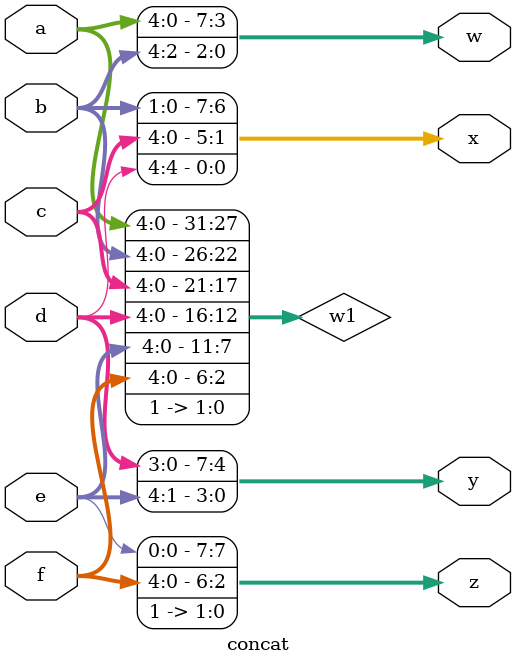
<source format=v>
module concat (
    input [4:0] a, b, c, d, e, f,
    output [7:0] w, x, y, z );//

    wire [31:0] w1; 
    assign w1= {a[4:0], b[4:0], c[4:0], d[4:0], e[4:0], f[4:0], 2'b11};
    assign w = w1[31:24];
    assign x = w1[23:16];
    assign y = w1[15:8];
    assign z = w1[7:0];


endmodule
</source>
